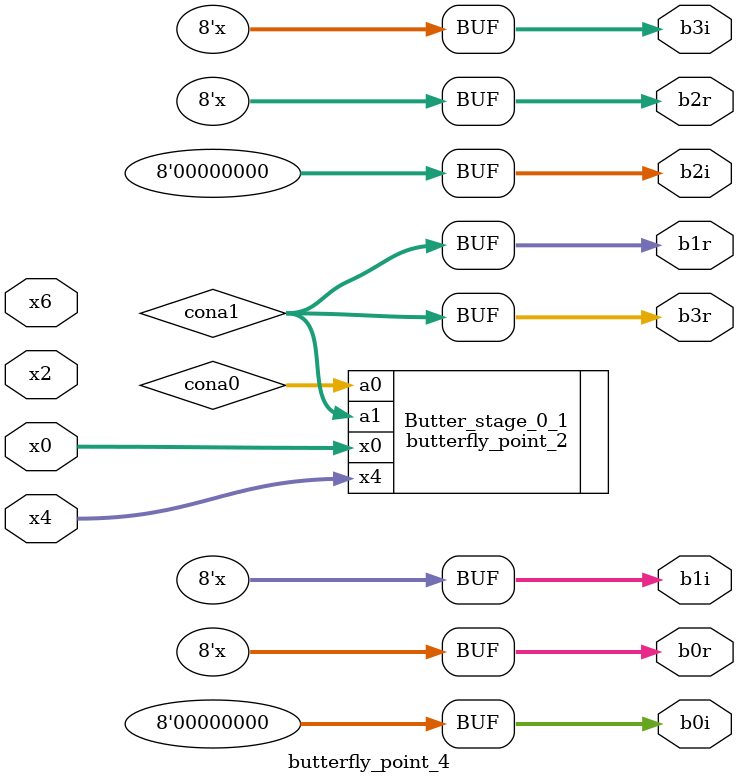
<source format=v>
module butterfly_point_4
(
	input [7:0] x0,//ufix 4.4
	input [7:0] x2,//ufix 4.4
	input [7:0] x4,//ufix 4.4
	input [7:0] x6,//ufix 4.4
	
	output reg [7:0] b0r,
	output reg [7:0] b0i,

	output reg [7:0] b1r,
	output reg [7:0] b1i,

	output reg [7:0] b2r,
	output reg [7:0] b2i,

	output reg [7:0] b3r,
	output reg [7:0] b3i
);
	
	wire [7:0] cona0;//ufix 4.4
   wire [7:0] cona1;//ufix 4.4
   wire [7:0] cona2;//ufix 4.4
   wire [7:0] cona3;//ufix 4.4
	
	reg [15:0]temp0;
	reg [15:0]temp1;
	
	parameter [7:0] w04 = 8'b00010000;
	parameter [7:0] w14 = 8'b11110000;
	
	
	butterfly_point_2 Butter_stage_0_1(

        .x0 (x0),
        .x4 (x4),
        .a0 (cona0),
		  .a1 (cona1)
    );
	 
	 butterfly_point_2 Butter_stage_0_2(

        .x0 (x2),
        .x4 (x6),
        .a0 (cona2),
        .a1 (cona3)
    );
	 
	always@(*)
		begin
			temp0 <= w04*cona2;
		
			b0r <= cona0 + temp0[11:4];
			b0i <= 8'b0;
			
			temp1 <= w14*cona3;
			
			b1r <= cona1;
			b1i <= temp1[11:4];

			b2r <= cona0 - temp0[11:4];
			b2i <= 8'b0;

			b3r <= cona1;
			b3i <= -temp1[11:4];


  end

	 
	
endmodule 
</source>
